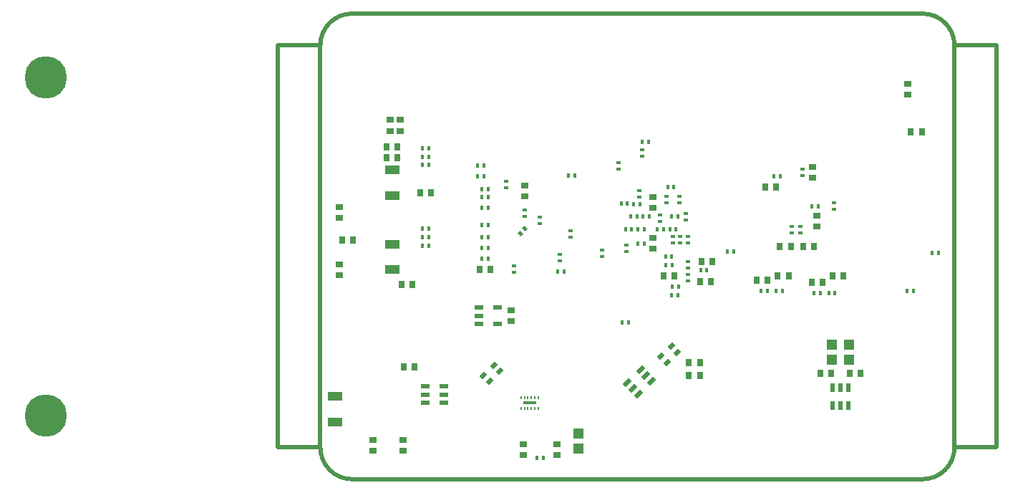
<source format=gbr>
G04 #@! TF.GenerationSoftware,KiCad,Pcbnew,6.0.0-d3dd2cf0fa~116~ubuntu20.04.1*
G04 #@! TF.CreationDate,2022-01-15T15:14:34-05:00*
G04 #@! TF.ProjectId,EX-PCB-10108-001,45582d50-4342-42d3-9130-3130382d3030,A*
G04 #@! TF.SameCoordinates,Original*
G04 #@! TF.FileFunction,Paste,Bot*
G04 #@! TF.FilePolarity,Positive*
%FSLAX46Y46*%
G04 Gerber Fmt 4.6, Leading zero omitted, Abs format (unit mm)*
G04 Created by KiCad (PCBNEW 6.0.0-d3dd2cf0fa~116~ubuntu20.04.1) date 2022-01-15 15:14:34*
%MOMM*%
%LPD*%
G01*
G04 APERTURE LIST*
G04 Aperture macros list*
%AMRotRect*
0 Rectangle, with rotation*
0 The origin of the aperture is its center*
0 $1 length*
0 $2 width*
0 $3 Rotation angle, in degrees counterclockwise*
0 Add horizontal line*
21,1,$1,$2,0,0,$3*%
G04 Aperture macros list end*
G04 #@! TA.AperFunction,Profile*
%ADD10C,0.500000*%
G04 #@! TD*
%ADD11C,5.000000*%
%ADD12R,0.510000X0.450000*%
%ADD13R,0.450000X0.510000*%
%ADD14R,0.710000X0.810000*%
%ADD15R,0.810000X0.710000*%
%ADD16R,0.180000X0.405000*%
%ADD17R,1.620000X0.360000*%
%ADD18R,1.250000X1.150000*%
%ADD19R,1.800000X1.070000*%
%ADD20R,0.550000X1.060000*%
%ADD21R,1.060000X0.550000*%
%ADD22RotRect,1.060000X0.550000X45.000000*%
%ADD23RotRect,0.800000X0.500000X225.000000*%
%ADD24R,1.060000X0.500000*%
%ADD25RotRect,0.450000X0.510000X225.000000*%
G04 APERTURE END LIST*
D10*
X41450000Y-85250000D02*
X46450000Y-85250000D01*
X41450000Y-132750000D02*
X46450000Y-132750000D01*
X121450000Y-132750000D02*
X126450000Y-132750000D01*
X126450000Y-85250000D02*
X121450000Y-85250000D01*
X126450000Y-85250000D02*
X126450000Y-132750000D01*
X41450000Y-85250000D02*
X41450000Y-132750000D01*
X121450000Y-85250000D02*
G75*
G03*
X117700000Y-81500000I-3750000J0D01*
G01*
X50200000Y-81500000D02*
G75*
G03*
X46450000Y-85250000I0J-3750000D01*
G01*
X46450000Y-132750000D02*
G75*
G03*
X50200000Y-136500000I3750000J0D01*
G01*
X117700000Y-136500000D02*
G75*
G03*
X121450000Y-132750000I0J3750000D01*
G01*
X46450000Y-85250000D02*
X46450000Y-132750000D01*
X117700000Y-136500000D02*
X50200000Y-136500000D01*
X117700000Y-81500000D02*
X50200000Y-81500000D01*
X121450000Y-85250000D02*
X121450000Y-132750000D01*
D11*
X13950000Y-89025000D03*
X13950000Y-129025000D03*
D12*
X103450000Y-99875000D03*
X103450000Y-100625000D03*
X102200000Y-106625000D03*
X102200000Y-107375000D03*
D13*
X104575000Y-104250000D03*
X105325000Y-104250000D03*
D12*
X103200000Y-106625000D03*
X103200000Y-107375000D03*
D13*
X119575000Y-109750000D03*
X118825000Y-109750000D03*
X116575000Y-114250000D03*
X115825000Y-114250000D03*
D14*
X100345000Y-102000000D03*
X99055000Y-102000000D03*
D13*
X100075000Y-100750000D03*
X100825000Y-100750000D03*
D15*
X104700000Y-100895000D03*
X104700000Y-99605000D03*
D14*
X102095000Y-109000000D03*
X100805000Y-109000000D03*
D15*
X105200000Y-105355000D03*
X105200000Y-106645000D03*
D14*
X103555000Y-109000000D03*
X104845000Y-109000000D03*
D13*
X88075000Y-113750000D03*
X88825000Y-113750000D03*
X88025000Y-114750000D03*
X88775000Y-114750000D03*
X87325000Y-111250000D03*
X88075000Y-111250000D03*
D12*
X89700000Y-105875000D03*
X89700000Y-105125000D03*
X107200000Y-103875000D03*
X107200000Y-104625000D03*
D16*
X71000000Y-128125000D03*
X71400000Y-128125000D03*
X71800000Y-128125000D03*
X72200000Y-128125000D03*
X70200000Y-128125000D03*
X70600000Y-128125000D03*
X71800000Y-126875000D03*
X72200000Y-126875000D03*
X71000000Y-126875000D03*
X71400000Y-126875000D03*
X70600000Y-126875000D03*
X70200000Y-126875000D03*
D17*
X71200000Y-127500000D03*
D15*
X56200000Y-133145000D03*
X56200000Y-131855000D03*
X52700000Y-133145000D03*
X52700000Y-131855000D03*
X115950000Y-91045000D03*
X115950000Y-89755000D03*
D14*
X116305000Y-95500000D03*
X117595000Y-95500000D03*
D13*
X100325000Y-114250000D03*
X101075000Y-114250000D03*
X98575000Y-114250000D03*
X99325000Y-114250000D03*
X106575000Y-114500000D03*
X107325000Y-114500000D03*
X104825000Y-114500000D03*
X105575000Y-114500000D03*
D18*
X106950000Y-122375000D03*
X106950000Y-120625000D03*
X108950000Y-122375000D03*
X108950000Y-120625000D03*
X76950000Y-131125000D03*
X76950000Y-132875000D03*
D19*
X54950000Y-111755000D03*
X54950000Y-108745000D03*
X54950000Y-103005000D03*
X54950000Y-99995000D03*
D14*
X56305000Y-123250000D03*
X57595000Y-123250000D03*
X106845000Y-124000000D03*
X105555000Y-124000000D03*
X109055000Y-124000000D03*
X110345000Y-124000000D03*
X88345000Y-112500000D03*
X87055000Y-112500000D03*
X101845000Y-112500000D03*
X100555000Y-112500000D03*
X104555000Y-113250000D03*
X105845000Y-113250000D03*
D15*
X74450000Y-132355000D03*
X74450000Y-133645000D03*
X70450000Y-132355000D03*
X70450000Y-133645000D03*
D13*
X72075000Y-134000000D03*
X72825000Y-134000000D03*
D14*
X108345000Y-112500000D03*
X107055000Y-112500000D03*
X56055000Y-113500000D03*
X57345000Y-113500000D03*
X49055000Y-108250000D03*
X50345000Y-108250000D03*
X90055000Y-122750000D03*
X91345000Y-122750000D03*
X90055000Y-124250000D03*
X91345000Y-124250000D03*
D15*
X48700000Y-111105000D03*
X48700000Y-112395000D03*
D14*
X98055000Y-113000000D03*
X99345000Y-113000000D03*
D15*
X48700000Y-105645000D03*
X48700000Y-104355000D03*
D20*
X108900000Y-127850000D03*
X107950000Y-127850000D03*
X107000000Y-127850000D03*
X107000000Y-125650000D03*
X108900000Y-125650000D03*
X107950000Y-125650000D03*
D21*
X61050000Y-125550000D03*
X61050000Y-126500000D03*
X61050000Y-127450000D03*
X58850000Y-127450000D03*
X58850000Y-125550000D03*
X58850000Y-126500000D03*
D22*
X84093934Y-126449569D03*
X83422183Y-125777817D03*
X82750431Y-125106066D03*
X84306066Y-123550431D03*
X85649569Y-124893934D03*
X84977817Y-124222183D03*
D23*
X67654594Y-123752513D03*
X66452513Y-124954594D03*
X65745406Y-124247487D03*
X66947487Y-123045406D03*
D19*
X48200000Y-129755000D03*
X48200000Y-126745000D03*
D23*
X88654594Y-121502513D03*
X87452513Y-122704594D03*
X86745406Y-121997487D03*
X87947487Y-120795406D03*
D13*
X95350000Y-109600000D03*
X94600000Y-109600000D03*
D12*
X84500000Y-98325000D03*
X84500000Y-97575000D03*
D13*
X84525000Y-96650000D03*
X85275000Y-96650000D03*
D12*
X81700000Y-99125000D03*
X81700000Y-99875000D03*
D13*
X59275000Y-106900000D03*
X58525000Y-106900000D03*
X59275000Y-98400000D03*
X58525000Y-98400000D03*
X58525000Y-99400000D03*
X59275000Y-99400000D03*
X58525000Y-107900000D03*
X59275000Y-107900000D03*
X58525000Y-97400000D03*
X59275000Y-97400000D03*
D14*
X55595000Y-97250000D03*
X54305000Y-97250000D03*
D15*
X69050000Y-117845000D03*
X69050000Y-116555000D03*
D24*
X67400000Y-118150000D03*
X67400000Y-116250000D03*
X65200000Y-116250000D03*
X65200000Y-117200000D03*
X65200000Y-118150000D03*
D13*
X82175000Y-117950000D03*
X82925000Y-117950000D03*
D14*
X55595000Y-98500000D03*
X54305000Y-98500000D03*
D13*
X58525000Y-108900000D03*
X59275000Y-108900000D03*
D14*
X91355000Y-113150000D03*
X92645000Y-113150000D03*
X91505000Y-110750000D03*
X92795000Y-110750000D03*
X58255000Y-102650000D03*
X59545000Y-102650000D03*
D12*
X84200000Y-103175000D03*
X84200000Y-102425000D03*
D13*
X65525000Y-103200000D03*
X66275000Y-103200000D03*
X65525000Y-104450000D03*
X66275000Y-104450000D03*
D12*
X70650000Y-105447599D03*
X70650000Y-104697599D03*
X79750000Y-109475000D03*
X79750000Y-110225000D03*
D15*
X54725000Y-95345000D03*
X54725000Y-94055000D03*
X55925000Y-95345000D03*
X55925000Y-94055000D03*
D13*
X87525000Y-101950000D03*
X88275000Y-101950000D03*
D12*
X89000000Y-107800000D03*
X89000000Y-108550000D03*
D13*
X82775000Y-103950000D03*
X82025000Y-103950000D03*
X65525000Y-102200000D03*
X66275000Y-102200000D03*
X65525000Y-106450000D03*
X66275000Y-106450000D03*
X65525000Y-107950000D03*
X66275000Y-107950000D03*
X65525000Y-110450000D03*
X66275000Y-110450000D03*
D12*
X69400000Y-111325000D03*
X69400000Y-112075000D03*
D25*
X70134835Y-107465165D03*
X70665165Y-106934835D03*
D13*
X75275000Y-111950000D03*
X74525000Y-111950000D03*
D12*
X74800000Y-109975000D03*
X74800000Y-110725000D03*
D13*
X76575000Y-100650000D03*
X75825000Y-100650000D03*
D12*
X68400000Y-101325000D03*
X68400000Y-102075000D03*
X72400000Y-105575000D03*
X72400000Y-106325000D03*
X76050000Y-107925000D03*
X76050000Y-107175000D03*
D13*
X65525000Y-109200000D03*
X66275000Y-109200000D03*
D15*
X70650000Y-103095000D03*
X70650000Y-101805000D03*
D13*
X83925000Y-105450000D03*
X83175000Y-105450000D03*
X83275000Y-106950000D03*
X82525000Y-106950000D03*
X84275000Y-104050000D03*
X83525000Y-104050000D03*
D12*
X82650000Y-108825000D03*
X82650000Y-109575000D03*
D13*
X65025000Y-100700000D03*
X65775000Y-100700000D03*
X65025000Y-99450000D03*
X65775000Y-99450000D03*
X84775000Y-108700000D03*
X84025000Y-108700000D03*
D15*
X85800000Y-104420000D03*
X85800000Y-103130000D03*
D12*
X88900000Y-103075000D03*
X88900000Y-103825000D03*
X87400000Y-103075000D03*
X87400000Y-103825000D03*
D13*
X92175000Y-111800000D03*
X91425000Y-111800000D03*
D15*
X85750000Y-107955000D03*
X85750000Y-109245000D03*
D13*
X85375000Y-105450000D03*
X84625000Y-105450000D03*
D12*
X89900000Y-111575000D03*
X89900000Y-110825000D03*
D13*
X88525000Y-106950000D03*
X87775000Y-106950000D03*
D12*
X88150000Y-107825000D03*
X88150000Y-108575000D03*
D13*
X84025000Y-106950000D03*
X84775000Y-106950000D03*
D12*
X89900000Y-113075000D03*
X89900000Y-112325000D03*
D13*
X86275000Y-106950000D03*
X87025000Y-106950000D03*
D12*
X86650000Y-106075000D03*
X86650000Y-105325000D03*
X89950000Y-107800000D03*
X89950000Y-108550000D03*
D13*
X88775000Y-105450000D03*
X88025000Y-105450000D03*
X87275000Y-110200000D03*
X88025000Y-110200000D03*
D14*
X66545000Y-111700000D03*
X65255000Y-111700000D03*
M02*

</source>
